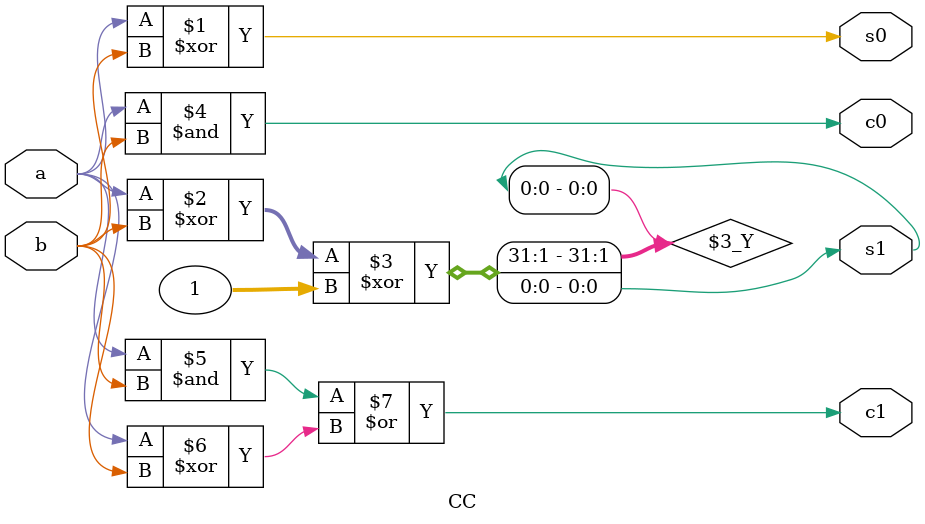
<source format=sv>
`timescale 1ns / 1ps


module CC(
    input logic a,
    input logic b,
    output logic s0,
    output logic s1,
    output logic c0,
    output logic c1
    );

    assign s0 = a ^ b;
    assign s1 = a ^ b ^ 1;     // sum when Cin = 1
    assign c0 = a & b;         // carry when Cin = 0
    assign c1 = (a & b) | (a ^ b);  // carry when Cin = 1

endmodule

</source>
